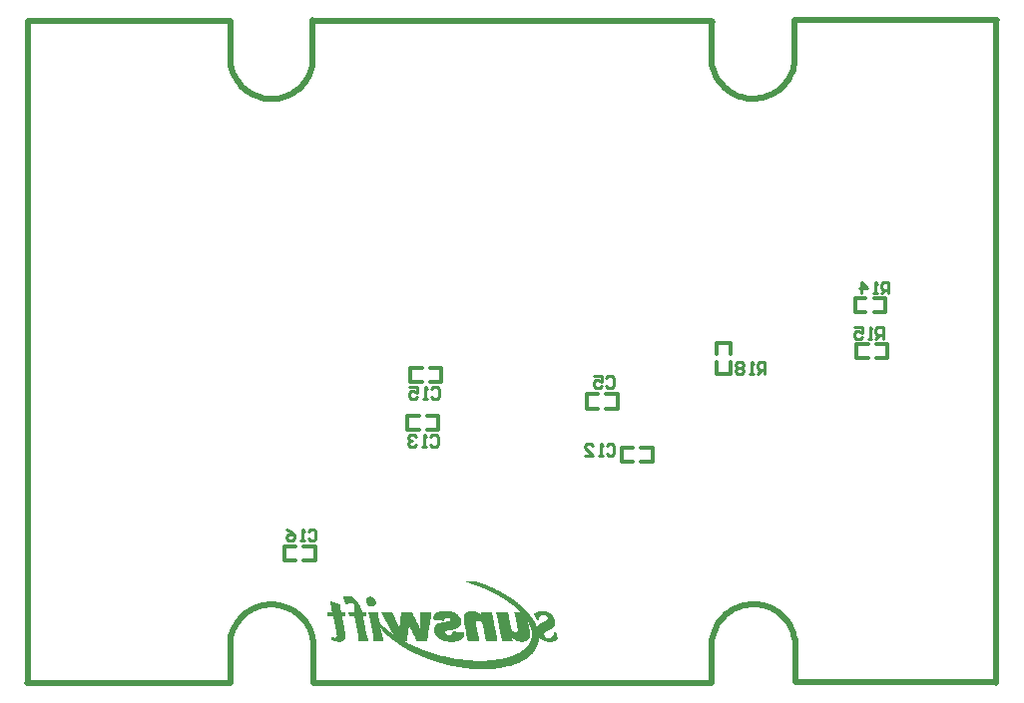
<source format=gbo>
%FSTAX24Y24*%
%MOIN*%
%SFA1B1*%

%IPPOS*%
%ADD37C,0.019700*%
%ADD51C,0.010000*%
%ADD55C,0.012000*%
%ADD94C,0.001000*%
%LNaddl-1*%
%LPD*%
G54D37*
X0361Y019877D02*
D01*
X036085Y019973*
X036063Y020068*
X036035Y020162*
X036001Y020253*
X03596Y020341*
X035914Y020427*
X035861Y020509*
X035803Y020587*
X035739Y020661*
X035671Y020731*
X035597Y020795*
X03552Y020854*
X035438Y020908*
X035353Y020956*
X035265Y020998*
X035174Y021033*
X035081Y021062*
X034986Y021085*
X03489Y0211*
X034793Y02111*
X034695Y021112*
X034598Y021107*
X034501Y021096*
X034405Y021078*
X034311Y021053*
X034219Y021022*
X034129Y020985*
X034041Y020941*
X033957Y020891*
X033877Y020836*
X033801Y020775*
X033729Y020709*
X033662Y020638*
X033601Y020562*
X033544Y020483*
X033493Y020399*
X033449Y020313*
X03341Y020223*
X033378Y020131*
X033352Y020037*
X033333Y019941*
X033327Y0199*
X05219Y019906D02*
D01*
X052173Y020002*
X05215Y020097*
X052121Y02019*
X052085Y020281*
X052043Y020369*
X051995Y020454*
X051941Y020536*
X051881Y020613*
X051816Y020686*
X051746Y020755*
X051672Y020818*
X051594Y020876*
X051511Y020929*
X051425Y020975*
X051336Y021016*
X051245Y02105*
X051151Y021077*
X051055Y021098*
X050959Y021113*
X050861Y02112*
X050764Y021121*
X050666Y021115*
X050569Y021102*
X050473Y021083*
X050379Y021056*
X050287Y021024*
X050198Y020985*
X050111Y02094*
X050028Y020888*
X049948Y020832*
X049873Y020769*
X049802Y020702*
X049736Y02063*
X049675Y020553*
X04962Y020473*
X04957Y020388*
X049527Y020301*
X04949Y020211*
X049459Y020118*
X049434Y020023*
X049417Y019929*
X0494Y039257D02*
D01*
X049414Y03916*
X049436Y039065*
X049464Y038971*
X049498Y03888*
X049539Y038792*
X049585Y038706*
X049638Y038624*
X049696Y038546*
X04976Y038472*
X049828Y038402*
X049902Y038338*
X049979Y038279*
X050061Y038225*
X050146Y038177*
X050234Y038135*
X050325Y0381*
X050418Y038071*
X050513Y038048*
X050609Y038033*
X050706Y038023*
X050804Y038021*
X050901Y038026*
X050998Y038037*
X051094Y038055*
X051188Y03808*
X05128Y038111*
X05137Y038148*
X051458Y038192*
X051542Y038242*
X051622Y038297*
X051698Y038358*
X05177Y038424*
X051837Y038495*
X051898Y038571*
X051955Y03865*
X052006Y038734*
X05205Y03882*
X052089Y03891*
X052121Y039002*
X052147Y039096*
X052166Y039192*
X052174Y039234*
X033361Y0391D02*
D01*
X033384Y039006*
X033414Y038914*
X03345Y038825*
X033493Y038739*
X033541Y038655*
X033595Y038575*
X033655Y0385*
X033719Y038428*
X033789Y038361*
X033863Y0383*
X033941Y038243*
X034023Y038192*
X034108Y038147*
X034196Y038108*
X034287Y038075*
X034379Y038049*
X034474Y038029*
X034569Y038016*
X034665Y038009*
X034762Y03801*
X034858Y038017*
X034953Y03803*
X035047Y03805*
X03514Y038077*
X035231Y03811*
X035318Y03815*
X035403Y038195*
X035485Y038246*
X035563Y038303*
X035637Y038365*
X035706Y038432*
X03577Y038504*
X035829Y03858*
X035883Y03866*
X035931Y038744*
X035973Y038831*
X036009Y03892*
X036039Y039012*
X036062Y039105*
X03607Y039147*
X02657Y018497D02*
Y040607D01*
X02655Y018477D02*
X02657Y018497D01*
X02655Y018477D02*
X03333D01*
Y018497D02*
Y019837D01*
X0361Y018477D02*
Y019837D01*
Y018477D02*
X04942D01*
Y019887*
X05219Y018517D02*
Y019887D01*
Y018517D02*
X05892D01*
X05889D02*
X05892Y018487D01*
Y040627*
X05893Y040637*
X05216D02*
X05893D01*
X05216Y039167D02*
Y040647D01*
X04941Y039167D02*
X04942Y039157D01*
X04941Y039167D02*
Y040627D01*
X0494D02*
X04945Y040577D01*
X03607Y040627D02*
X0494D01*
X03607Y039137D02*
Y040657D01*
X03334Y039097D02*
Y040607D01*
X02659D02*
X03334D01*
G54D51*
X045889Y026421D02*
X045955Y026486D01*
X046086*
X046151Y026421*
Y026158*
X046086Y026093*
X045955*
X045889Y026158*
X045758Y026093D02*
X045627D01*
X045692*
Y026486*
X045758Y026421*
X045167Y026093D02*
X04543D01*
X045167Y026355*
Y026421*
X045233Y026486*
X045364*
X04543Y026421*
X039997Y026718D02*
X040063Y026783D01*
X040194*
X04026Y026718*
Y026455*
X040194Y02639*
X040063*
X039997Y026455*
X039866Y02639D02*
X039735D01*
X039801*
Y026783*
X039866Y026718*
X039538D02*
X039473Y026783D01*
X039341*
X039276Y026718*
Y026652*
X039341Y026587*
X039407*
X039341*
X039276Y026521*
Y026455*
X039341Y02639*
X039473*
X039538Y026455*
X040038Y028314D02*
X040104Y02838D01*
X040235*
X0403Y028314*
Y028052*
X040235Y027986*
X040104*
X040038Y028052*
X039907Y027986D02*
X039776D01*
X039841*
Y02838*
X039907Y028314*
X039316Y02838D02*
X039579D01*
Y028183*
X039448Y028249*
X039382*
X039316Y028183*
Y028052*
X039382Y027986*
X039513*
X039579Y028052*
X051185Y028829D02*
Y029222D01*
X050988*
X050923Y029157*
Y029025*
X050988Y02896*
X051185*
X051054D02*
X050923Y028829D01*
X050791D02*
X05066D01*
X050726*
Y029222*
X050791Y029157*
X050463D02*
X050398Y029222D01*
X050267*
X050201Y029157*
Y029091*
X050267Y029025*
X050201Y02896*
Y028894*
X050267Y028829*
X050398*
X050463Y028894*
Y02896*
X050398Y029025*
X050463Y029091*
Y029157*
X050398Y029025D02*
X050267D01*
X055319Y031504D02*
Y031897D01*
X055122*
X055057Y031832*
Y031701*
X055122Y031635*
X055319*
X055188D02*
X055057Y031504D01*
X054925D02*
X054794D01*
X05486*
Y031897*
X054925Y031832*
X054401Y031504D02*
Y031897D01*
X054597Y031701*
X054335*
X055146Y029988D02*
Y030382D01*
X054949*
X054884Y030316*
Y030185*
X054949Y030119*
X055146*
X055015D02*
X054884Y029988D01*
X054752D02*
X054621D01*
X054687*
Y030382*
X054752Y030316*
X054162Y030382D02*
X054425D01*
Y030185*
X054293Y03025*
X054228*
X054162Y030185*
Y030054*
X054228Y029988*
X054359*
X054425Y030054*
X045879Y028686D02*
X045945Y028752D01*
X046076*
X046142Y028686*
Y028424*
X046076Y028358*
X045945*
X045879Y028424*
X045486Y028752D02*
X045748D01*
Y028555*
X045617Y028621*
X045551*
X045486Y028555*
Y028424*
X045551Y028358*
X045683*
X045748Y028424*
X035924Y023568D02*
X035989Y023634D01*
X036121*
X036186Y023568*
Y023306*
X036121Y02324*
X035989*
X035924Y023306*
X035793Y02324D02*
X035661D01*
X035727*
Y023634*
X035793Y023568*
X035202Y023634D02*
X035334Y023568D01*
X035465Y023437*
Y023306*
X035399Y02324*
X035268*
X035202Y023306*
Y023371*
X035268Y023437*
X035465*
G54D55*
X049571Y028823D02*
X050043D01*
X049571Y029847D02*
X050043D01*
X049571Y028823D02*
Y029217D01*
X050043Y028823D02*
Y029217D01*
Y029492D02*
Y029847D01*
X049571Y029492D02*
Y029847D01*
X054236Y029341D02*
Y029814D01*
X05526Y029341D02*
Y029814D01*
X054236D02*
X05463D01*
X054236Y029341D02*
X05463D01*
X054906D02*
X05526D01*
X054906Y029814D02*
X05526D01*
X05522Y030874D02*
Y031346D01*
X054197Y030874D02*
Y031346D01*
X054827Y030874D02*
X05522D01*
X054827Y031346D02*
X05522D01*
X054197D02*
X054551D01*
X054197Y030874D02*
X054551D01*
X039251Y026954D02*
Y027426D01*
X040275Y026954D02*
Y027426D01*
X039251D02*
X039645D01*
X039251Y026954D02*
X039645D01*
X03992D02*
X040275D01*
X03992Y027426D02*
X040275D01*
X039342Y028553D02*
Y029026D01*
X040365Y028553D02*
Y029026D01*
X039342D02*
X039735D01*
X039342Y028553D02*
X039735D01*
X040011D02*
X040365D01*
X040011Y029026D02*
X040365D01*
X047432Y025883D02*
Y026356D01*
X046408Y025883D02*
Y026356D01*
X047038Y025883D02*
X047432D01*
X047038Y026356D02*
X047432D01*
X046408D02*
X046763D01*
X046408Y025883D02*
X046763D01*
X04627Y027665D02*
Y028138D01*
X045246Y027665D02*
Y028138D01*
X045876Y027665D02*
X04627D01*
X045876Y028138D02*
X04627D01*
X045246D02*
X045601D01*
X045246Y027665D02*
X045601D01*
X036176Y02257D02*
Y023042D01*
X035152Y02257D02*
Y023042D01*
X035782Y02257D02*
X036176D01*
X035782Y023042D02*
X036176D01*
X035152D02*
X035507D01*
X035152Y02257D02*
X035507D01*
G54D94*
X041657Y01898D02*
X041787D01*
X041437Y01899D02*
X042047D01*
X041307Y019D02*
X042167D01*
X041207Y01901D02*
X042257D01*
X041147Y01902D02*
X042307D01*
X041057Y01903D02*
X042377D01*
X040987Y01904D02*
X042447D01*
X040937Y01905D02*
X042477D01*
X040877Y01906D02*
X042517D01*
X040817Y01907D02*
X042567D01*
X040777Y01908D02*
X042597D01*
X040727Y01909D02*
X042647D01*
X040677Y0191D02*
X042687D01*
X040627Y01911D02*
X042717D01*
X040597Y01912D02*
X042747D01*
X040547Y01913D02*
X042777D01*
X040497Y01914D02*
X042807D01*
X040467Y01915D02*
X042827D01*
X040427Y01916D02*
X042857D01*
X040387Y01917D02*
X042887D01*
X040357Y01918D02*
X042907D01*
X040327Y01919D02*
X042927D01*
X040287Y0192D02*
X042957D01*
X040247Y01921D02*
X042977D01*
X040227Y01922D02*
X042997D01*
X040187Y01923D02*
X043017D01*
X040147Y01924D02*
X041417D01*
X041907D02*
X043037D01*
X040127Y01925D02*
X041297D01*
X042027D02*
X043047D01*
X040107Y01926D02*
X041157D01*
X042117D02*
X043077D01*
X040077Y01927D02*
X041067D01*
X042207D02*
X043087D01*
X040037Y01928D02*
X040967D01*
X042287D02*
X043107D01*
X040017Y01929D02*
X040907D01*
X042327D02*
X043117D01*
X039987Y0193D02*
X040847D01*
X042387D02*
X043137D01*
X039947Y01931D02*
X040777D01*
X042437D02*
X043157D01*
X039927Y01932D02*
X040737D01*
X042477D02*
X043167D01*
X039897Y01933D02*
X040677D01*
X042517D02*
X043187D01*
X039867Y01934D02*
X040627D01*
X042557D02*
X043207D01*
X039847Y01935D02*
X040597D01*
X042587D02*
X043217D01*
X039827Y01936D02*
X040547D01*
X042617D02*
X043227D01*
X039797Y01937D02*
X040487D01*
X042657D02*
X043247D01*
X039777Y01938D02*
X040437D01*
X042687D02*
X043257D01*
X039757Y01939D02*
X040407D01*
X042717D02*
X043267D01*
X039727Y0194D02*
X040357D01*
X042747D02*
X043277D01*
X039707Y01941D02*
X040317D01*
X042777D02*
X043297D01*
X039687Y01942D02*
X040287D01*
X042787D02*
X043307D01*
X039657Y01943D02*
X040247D01*
X042817D02*
X043317D01*
X039627Y01944D02*
X040207D01*
X042847D02*
X043327D01*
X039617Y01945D02*
X040187D01*
X042857D02*
X043337D01*
X039587Y01946D02*
X040147D01*
X042887D02*
X043347D01*
X039567Y01947D02*
X040107D01*
X042907D02*
X043357D01*
X039537Y01948D02*
X040077D01*
X042927D02*
X043367D01*
X039527Y01949D02*
X040047D01*
X042947D02*
X043377D01*
X039497Y0195D02*
X040017D01*
X042967D02*
X043387D01*
X039477Y01951D02*
X039987D01*
X042987D02*
X043397D01*
X039457Y01952D02*
X039957D01*
X042997D02*
X043407D01*
X039437Y01953D02*
X039927D01*
X043017D02*
X043417D01*
X039417Y01954D02*
X039897D01*
X043027D02*
X043417D01*
X039397Y01955D02*
X039867D01*
X043047D02*
X043427D01*
X039377Y01956D02*
X039847D01*
X043057D02*
X043437D01*
X039357Y01957D02*
X039817D01*
X043077D02*
X043447D01*
X039337Y01958D02*
X039777D01*
X043097D02*
X043447D01*
X039327Y01959D02*
X039757D01*
X043107D02*
X043457D01*
X039307Y0196D02*
X039727D01*
X043117D02*
X043467D01*
X039287Y01961D02*
X039697D01*
X043137D02*
X043467D01*
X039277Y01962D02*
X039677D01*
X043147D02*
X043477D01*
X039247Y01963D02*
X039657D01*
X043157D02*
X043477D01*
X039227Y01964D02*
X039627D01*
X043167D02*
X043487D01*
X039217Y01965D02*
X039607D01*
X043177D02*
X043497D01*
X039197Y01966D02*
X039587D01*
X043187D02*
X043497D01*
X039177Y01967D02*
X039557D01*
X043197D02*
X043507D01*
X039157Y01968D02*
X039527D01*
X043217D02*
X043517D01*
X039147Y01969D02*
X039507D01*
X043217D02*
X043517D01*
X039127Y0197D02*
X039487D01*
X043227D02*
X043517D01*
X039107Y01971D02*
X039457D01*
X043237D02*
X043527D01*
X039097Y01972D02*
X039447D01*
X043247D02*
X043527D01*
X039077Y01973D02*
X039417D01*
X043257D02*
X043537D01*
X039057Y01974D02*
X039397D01*
X043267D02*
X043547D01*
X039047Y01975D02*
X039377D01*
X043277D02*
X043547D01*
X039037Y01976D02*
X039357D01*
X043277D02*
X043547D01*
X039017Y01977D02*
X039337D01*
X043287D02*
X043547D01*
X038997Y01978D02*
X039307D01*
X043297D02*
X043557D01*
X038987Y01979D02*
X039287D01*
X043297D02*
X043557D01*
X038977Y0198D02*
X039267D01*
X043307D02*
X043557D01*
X038957Y01981D02*
X039247D01*
X043317D02*
X043567D01*
X038947Y01982D02*
X039227D01*
X043317D02*
X043567D01*
X038927Y01983D02*
X039207D01*
X043327D02*
X043577D01*
X038907Y01984D02*
X039187D01*
X043327D02*
X043577D01*
X038897Y01985D02*
X039167D01*
X043337D02*
X043577D01*
X038887Y01986D02*
X039157D01*
X043337D02*
X043577D01*
X038867Y01987D02*
X039137D01*
X043347D02*
X043587D01*
X038847Y01988D02*
X039117D01*
X043347D02*
X043587D01*
X038837Y01989D02*
X039107D01*
X043347D02*
X043587D01*
X036887Y0199D02*
X036997D01*
X038827D02*
X039087D01*
X040587D02*
X040797D01*
X042997D02*
X043097D01*
X043357D02*
X043587D01*
X043887D02*
X044067D01*
X036827Y01991D02*
X037037D01*
X038807D02*
X039057D01*
X040497D02*
X040877D01*
X042927D02*
X043157D01*
X043357D02*
X043587D01*
X043847D02*
X044117D01*
X036787Y01992D02*
X037067D01*
X037617D02*
X037637D01*
X037877D02*
X037897D01*
X038117D02*
X038147D01*
X038387D02*
X038407D01*
X038797D02*
X039197D01*
X039557D02*
X039867D01*
X040447D02*
X040917D01*
X041257D02*
X041607D01*
X041867D02*
X042217D01*
X042397D02*
X042727D01*
X042897D02*
X043187D01*
X043367D02*
X043587D01*
X043807D02*
X044157D01*
X036767Y01993D02*
X037077D01*
X037617D02*
X037887D01*
X038117D02*
X038407D01*
X038787D02*
X039197D01*
X039547D02*
X039867D01*
X040427D02*
X040947D01*
X041257D02*
X041607D01*
X041857D02*
X042217D01*
X042397D02*
X042727D01*
X042877D02*
X043207D01*
X043367D02*
X043597D01*
X043787D02*
X044177D01*
X036737Y01994D02*
X037087D01*
X037617D02*
X037887D01*
X038117D02*
X038407D01*
X038767D02*
X039207D01*
X039547D02*
X039867D01*
X040397D02*
X040967D01*
X041257D02*
X041607D01*
X041857D02*
X042217D01*
X042397D02*
X042717D01*
X042857D02*
X043217D01*
X043367D02*
X043597D01*
X043767D02*
X044197D01*
X036717Y01995D02*
X037107D01*
X037617D02*
X037887D01*
X038117D02*
X038397D01*
X038757D02*
X039207D01*
X039537D02*
X039877D01*
X040377D02*
X040987D01*
X041247D02*
X041607D01*
X041857D02*
X042207D01*
X042387D02*
X042717D01*
X042837D02*
X043227D01*
X043377D02*
X043597D01*
X043747D02*
X044217D01*
X036707Y01996D02*
X037107D01*
X037617D02*
X037887D01*
X038117D02*
X038397D01*
X038747D02*
X039207D01*
X039537D02*
X039877D01*
X040357D02*
X041007D01*
X041247D02*
X041607D01*
X041857D02*
X042207D01*
X042387D02*
X042717D01*
X042827D02*
X043237D01*
X043377D02*
X043597D01*
X043727D02*
X044217D01*
X036707Y01997D02*
X037117D01*
X037607D02*
X037887D01*
X038117D02*
X038397D01*
X038727D02*
X039207D01*
X039527D02*
X039877D01*
X040337D02*
X041017D01*
X041247D02*
X041597D01*
X041857D02*
X042207D01*
X042387D02*
X042717D01*
X042807D02*
X043247D01*
X043377D02*
X043597D01*
X043717D02*
X044237D01*
X036707Y01998D02*
X037117D01*
X037607D02*
X037877D01*
X038117D02*
X038387D01*
X038717D02*
X039207D01*
X039517D02*
X039877D01*
X040317D02*
X041027D01*
X041247D02*
X041597D01*
X041857D02*
X042207D01*
X042387D02*
X042717D01*
X042797D02*
X043257D01*
X043377D02*
X043597D01*
X043707D02*
X044237D01*
X036707Y01999D02*
X037127D01*
X037607D02*
X037877D01*
X038117D02*
X038387D01*
X038707D02*
X039207D01*
X039517D02*
X039877D01*
X040307D02*
X041037D01*
X041247D02*
X041597D01*
X041847D02*
X042207D01*
X042387D02*
X042717D01*
X042787D02*
X043267D01*
X043387D02*
X043597D01*
X043697D02*
X044237D01*
X036707Y02D02*
X037127D01*
X037607D02*
X037877D01*
X038107D02*
X038387D01*
X038697D02*
X039207D01*
X039517D02*
X039877D01*
X040287D02*
X041047D01*
X041237D02*
X041587D01*
X041847D02*
X042207D01*
X042387D02*
X042707D01*
X042767D02*
X043267D01*
X043387D02*
X043597D01*
X043677D02*
X043877D01*
X044007D02*
X044227D01*
X036697Y02001D02*
X036757D01*
X036847D02*
X037137D01*
X037607D02*
X037877D01*
X038107D02*
X038387D01*
X038687D02*
X039207D01*
X039507D02*
X039877D01*
X040277D02*
X041057D01*
X041237D02*
X041587D01*
X041847D02*
X042197D01*
X042377D02*
X042707D01*
X042757D02*
X043277D01*
X043387D02*
X043597D01*
X043667D02*
X043847D01*
X044037D02*
X044227D01*
X036697Y02002D02*
X036717D01*
X036867D02*
X037137D01*
X037607D02*
X037867D01*
X038107D02*
X038377D01*
X038667D02*
X039217D01*
X039507D02*
X039887D01*
X040257D02*
X041067D01*
X041237D02*
X041587D01*
X041847D02*
X042197D01*
X042377D02*
X042707D01*
X042747D02*
X043277D01*
X043387D02*
X043597D01*
X043657D02*
X043827D01*
X044057D02*
X044227D01*
X036867Y02003D02*
X037147D01*
X037607D02*
X037867D01*
X038107D02*
X038377D01*
X038657D02*
X039217D01*
X039497D02*
X039887D01*
X040257D02*
X041077D01*
X041237D02*
X041587D01*
X041847D02*
X042197D01*
X042377D02*
X042707D01*
X042737D02*
X043287D01*
X043387D02*
X043597D01*
X043647D02*
X043827D01*
X044067D02*
X044227D01*
X036877Y02004D02*
X037147D01*
X037607D02*
X037867D01*
X038107D02*
X038377D01*
X038647D02*
X039217D01*
X039487D02*
X039887D01*
X040247D02*
X041077D01*
X041227D02*
X041587D01*
X041837D02*
X042187D01*
X042377D02*
X042707D01*
X042727D02*
X043287D01*
X043397D02*
X043597D01*
X043637D02*
X043817D01*
X044077D02*
X044217D01*
X036877Y02005D02*
X037147D01*
X037607D02*
X037857D01*
X038107D02*
X038377D01*
X038637D02*
X039217D01*
X039487D02*
X039887D01*
X040227D02*
X041087D01*
X041227D02*
X041587D01*
X041837D02*
X042187D01*
X042377D02*
X042697D01*
X042717D02*
X043287D01*
X043397D02*
X043597D01*
X043627D02*
X043807D01*
X044087D02*
X044217D01*
X036877Y02006D02*
X037147D01*
X037607D02*
X037857D01*
X038107D02*
X038377D01*
X038627D02*
X039217D01*
X039487D02*
X039887D01*
X040227D02*
X041087D01*
X041227D02*
X041577D01*
X041837D02*
X042187D01*
X042367D02*
X042697D01*
X042707D02*
X043297D01*
X043397D02*
X043597D01*
X043627D02*
X043807D01*
X044097D02*
X044217D01*
X036887Y02007D02*
X037147D01*
X037597D02*
X037857D01*
X038097D02*
X038367D01*
X038617D02*
X039217D01*
X039477D02*
X039887D01*
X040217D02*
X041097D01*
X041227D02*
X041577D01*
X041837D02*
X042187D01*
X042367D02*
X043297D01*
X043397D02*
X043597D01*
X043617D02*
X043797D01*
X044107D02*
X044207D01*
X036887Y02008D02*
X037147D01*
X037597D02*
X037857D01*
X038097D02*
X038367D01*
X038607D02*
X038787D01*
X038797D02*
X039217D01*
X039477D02*
X039887D01*
X040207D02*
X041097D01*
X041227D02*
X041577D01*
X041827D02*
X042187D01*
X042367D02*
X043297D01*
X043397D02*
X043597D01*
X043607D02*
X043787D01*
X044107D02*
X044207D01*
X036887Y02009D02*
X037147D01*
X037597D02*
X037857D01*
X038097D02*
X038367D01*
X038587D02*
X038777D01*
X038797D02*
X039217D01*
X039467D02*
X039897D01*
X040207D02*
X041107D01*
X041227D02*
X041577D01*
X041827D02*
X042187D01*
X042367D02*
X043297D01*
X043397D02*
X043597D01*
X043607D02*
X043787D01*
X044117D02*
X044207D01*
X036887Y0201D02*
X037147D01*
X037597D02*
X037847D01*
X038097D02*
X038357D01*
X038577D02*
X038757D01*
X038787D02*
X039217D01*
X039457D02*
X039897D01*
X040197D02*
X040607D01*
X040657D02*
X041107D01*
X041217D02*
X041577D01*
X041827D02*
X042177D01*
X042357D02*
X043307D01*
X043397D02*
X043787D01*
X044117D02*
X044207D01*
X036887Y02011D02*
X037147D01*
X037587D02*
X037847D01*
X038087D02*
X038357D01*
X038567D02*
X038747D01*
X038777D02*
X039227D01*
X039457D02*
X039897D01*
X040187D02*
X040547D01*
X040697D02*
X041107D01*
X041217D02*
X041577D01*
X041827D02*
X042177D01*
X042357D02*
X043307D01*
X043397D02*
X043777D01*
X044127D02*
X044197D01*
X036877Y02012D02*
X037147D01*
X037587D02*
X037847D01*
X038087D02*
X038357D01*
X038557D02*
X038727D01*
X038777D02*
X039227D01*
X039447D02*
X039897D01*
X040187D02*
X040517D01*
X040717D02*
X041107D01*
X041217D02*
X041567D01*
X041827D02*
X042177D01*
X042357D02*
X043307D01*
X043397D02*
X043777D01*
X044127D02*
X044197D01*
X036877Y02013D02*
X037147D01*
X037587D02*
X037847D01*
X038087D02*
X038357D01*
X038547D02*
X038717D01*
X038777D02*
X039227D01*
X039447D02*
X039907D01*
X040177D02*
X040507D01*
X040727D02*
X041107D01*
X041217D02*
X041567D01*
X041827D02*
X042177D01*
X042357D02*
X043307D01*
X043397D02*
X043777D01*
X044127D02*
X044197D01*
X036877Y02014D02*
X037147D01*
X037587D02*
X037837D01*
X038087D02*
X038357D01*
X038537D02*
X038707D01*
X038767D02*
X039227D01*
X039447D02*
X039907D01*
X040177D02*
X040497D01*
X040737D02*
X041107D01*
X041217D02*
X041567D01*
X041817D02*
X042177D01*
X042357D02*
X043307D01*
X043397D02*
X043777D01*
X044137D02*
X044187D01*
X036877Y02015D02*
X037137D01*
X037587D02*
X037837D01*
X038087D02*
X038347D01*
X038527D02*
X038687D01*
X038757D02*
X039227D01*
X039437D02*
X039907D01*
X040167D02*
X040487D01*
X040737D02*
X041117D01*
X041217D02*
X041557D01*
X041817D02*
X042177D01*
X042357D02*
X043307D01*
X043397D02*
X043777D01*
X044137D02*
X044187D01*
X036877Y02016D02*
X037137D01*
X037587D02*
X037837D01*
X038087D02*
X038347D01*
X038517D02*
X038677D01*
X038757D02*
X039227D01*
X039427D02*
X039907D01*
X040157D02*
X040477D01*
X040747D02*
X041117D01*
X041207D02*
X041557D01*
X041817D02*
X042167D01*
X042347D02*
X043307D01*
X043397D02*
X043777D01*
X044137D02*
X044187D01*
X036877Y02017D02*
X037137D01*
X037587D02*
X037827D01*
X038087D02*
X038347D01*
X038507D02*
X038657D01*
X038747D02*
X039227D01*
X039427D02*
X039907D01*
X040157D02*
X040477D01*
X040747D02*
X041117D01*
X041207D02*
X041557D01*
X041817D02*
X042167D01*
X042347D02*
X043307D01*
X043397D02*
X043787D01*
X044137D02*
X044177D01*
X036877Y02018D02*
X037137D01*
X037577D02*
X037827D01*
X038087D02*
X038347D01*
X038497D02*
X038647D01*
X038747D02*
X039227D01*
X039417D02*
X039907D01*
X040157D02*
X040477D01*
X040757D02*
X041117D01*
X041207D02*
X041557D01*
X041817D02*
X042167D01*
X042347D02*
X043307D01*
X043397D02*
X043787D01*
X044147D02*
X044177D01*
X036877Y02019D02*
X037127D01*
X037577D02*
X037827D01*
X038087D02*
X038347D01*
X038487D02*
X038637D01*
X038737D02*
X039227D01*
X039417D02*
X039907D01*
X040147D02*
X040467D01*
X040757D02*
X041057D01*
X041207D02*
X041557D01*
X041817D02*
X042167D01*
X042347D02*
X042797D01*
X042867D02*
X043297D01*
X043397D02*
X043797D01*
X044147D02*
X044177D01*
X036877Y0202D02*
X037127D01*
X037577D02*
X037827D01*
X038077D02*
X038347D01*
X038477D02*
X038627D01*
X038727D02*
X039237D01*
X039417D02*
X039917D01*
X040147D02*
X040467D01*
X040757D02*
X040947D01*
X041207D02*
X041557D01*
X041807D02*
X042157D01*
X042347D02*
X042777D01*
X042897D02*
X043297D01*
X043397D02*
X043807D01*
X036867Y02021D02*
X037127D01*
X037577D02*
X037827D01*
X038077D02*
X038337D01*
X038467D02*
X038607D01*
X038727D02*
X039237D01*
X039407D02*
X039917D01*
X040147D02*
X040477D01*
X040757D02*
X040837D01*
X041197D02*
X041547D01*
X041807D02*
X042157D01*
X042337D02*
X042757D01*
X042907D02*
X043297D01*
X043397D02*
X043817D01*
X036867Y02022D02*
X037127D01*
X037577D02*
X037817D01*
X038077D02*
X038337D01*
X038457D02*
X038597D01*
X038717D02*
X039237D01*
X039407D02*
X039917D01*
X040147D02*
X040477D01*
X041197D02*
X041547D01*
X041807D02*
X042157D01*
X042337D02*
X042737D01*
X042917D02*
X043297D01*
X043387D02*
X043837D01*
X036867Y02023D02*
X037127D01*
X037577D02*
X037817D01*
X038077D02*
X038337D01*
X038447D02*
X038587D01*
X038717D02*
X039237D01*
X039397D02*
X039917D01*
X040137D02*
X040477D01*
X041197D02*
X041547D01*
X041807D02*
X042157D01*
X042337D02*
X042727D01*
X042917D02*
X043297D01*
X043387D02*
X043847D01*
X036867Y02024D02*
X037117D01*
X037577D02*
X037817D01*
X038077D02*
X038327D01*
X038437D02*
X038567D01*
X038707D02*
X039237D01*
X039387D02*
X039917D01*
X040137D02*
X040487D01*
X041197D02*
X041547D01*
X041807D02*
X042157D01*
X042337D02*
X042717D01*
X042927D02*
X043297D01*
X043387D02*
X043857D01*
X036867Y02025D02*
X037117D01*
X037567D02*
X037817D01*
X038067D02*
X038327D01*
X038427D02*
X038557D01*
X038707D02*
X039237D01*
X039387D02*
X039917D01*
X040137D02*
X040517D01*
X041187D02*
X041547D01*
X041797D02*
X042147D01*
X042327D02*
X042707D01*
X042927D02*
X043287D01*
X043387D02*
X043877D01*
X036857Y02026D02*
X037117D01*
X037567D02*
X037817D01*
X038067D02*
X038327D01*
X038417D02*
X038547D01*
X038707D02*
X039247D01*
X039387D02*
X039917D01*
X040137D02*
X040537D01*
X041187D02*
X041547D01*
X041797D02*
X042147D01*
X042327D02*
X042707D01*
X042927D02*
X043287D01*
X043387D02*
X043887D01*
X036857Y02027D02*
X037117D01*
X037567D02*
X037807D01*
X038067D02*
X038327D01*
X038417D02*
X038527D01*
X038697D02*
X039247D01*
X039377D02*
X039927D01*
X040137D02*
X040577D01*
X041187D02*
X041537D01*
X041797D02*
X042147D01*
X042327D02*
X042697D01*
X042927D02*
X043287D01*
X043387D02*
X043917D01*
X036857Y02028D02*
X037117D01*
X037557D02*
X037807D01*
X038057D02*
X038327D01*
X038407D02*
X038517D01*
X038687D02*
X038957D01*
X038967D02*
X039247D01*
X039377D02*
X039927D01*
X040137D02*
X040627D01*
X041187D02*
X041537D01*
X041797D02*
X042147D01*
X042327D02*
X042687D01*
X042927D02*
X043287D01*
X043377D02*
X043937D01*
X036857Y02029D02*
X037107D01*
X037557D02*
X037807D01*
X038057D02*
X038317D01*
X038387D02*
X038507D01*
X038687D02*
X038957D01*
X038967D02*
X039247D01*
X039367D02*
X039927D01*
X040137D02*
X040697D01*
X041187D02*
X041537D01*
X041787D02*
X042147D01*
X042327D02*
X042687D01*
X042927D02*
X043287D01*
X043377D02*
X043957D01*
X036857Y0203D02*
X037107D01*
X037557D02*
X037807D01*
X038057D02*
X038317D01*
X038387D02*
X038497D01*
X038677D02*
X038957D01*
X038967D02*
X039247D01*
X039357D02*
X039637D01*
X039647D02*
X039927D01*
X040137D02*
X040727D01*
X041187D02*
X041527D01*
X041787D02*
X042147D01*
X042327D02*
X042687D01*
X042927D02*
X043287D01*
X043377D02*
X043977D01*
X036857Y02031D02*
X037107D01*
X037557D02*
X037807D01*
X038057D02*
X038317D01*
X038377D02*
X038487D01*
X038677D02*
X038947D01*
X038967D02*
X039247D01*
X039357D02*
X039627D01*
X039647D02*
X039927D01*
X040137D02*
X040767D01*
X041177D02*
X041527D01*
X041787D02*
X042137D01*
X042317D02*
X042677D01*
X042927D02*
X043277D01*
X043377D02*
X043997D01*
X036847Y02032D02*
X037107D01*
X037557D02*
X037797D01*
X038057D02*
X038317D01*
X038367D02*
X038477D01*
X038667D02*
X038947D01*
X038967D02*
X039247D01*
X039347D02*
X039627D01*
X039657D02*
X039927D01*
X040137D02*
X040817D01*
X041177D02*
X041527D01*
X041787D02*
X042137D01*
X042317D02*
X042677D01*
X042927D02*
X043277D01*
X043367D02*
X044017D01*
X036847Y02033D02*
X037107D01*
X037557D02*
X037797D01*
X038057D02*
X038317D01*
X038357D02*
X038467D01*
X038657D02*
X038947D01*
X038977D02*
X039247D01*
X039347D02*
X039627D01*
X039657D02*
X039927D01*
X040147D02*
X040837D01*
X041177D02*
X041527D01*
X041787D02*
X042137D01*
X042317D02*
X042677D01*
X042927D02*
X043277D01*
X043367D02*
X044027D01*
X036847Y02034D02*
X037097D01*
X037547D02*
X037797D01*
X038057D02*
X038307D01*
X038347D02*
X038457D01*
X038657D02*
X038937D01*
X038977D02*
X039247D01*
X039347D02*
X039617D01*
X039657D02*
X039927D01*
X040147D02*
X040867D01*
X041177D02*
X041527D01*
X041787D02*
X042137D01*
X042317D02*
X042667D01*
X042917D02*
X043277D01*
X043367D02*
X044047D01*
X036847Y02035D02*
X037097D01*
X037547D02*
X037797D01*
X038057D02*
X038307D01*
X038337D02*
X038437D01*
X038647D02*
X038927D01*
X038977D02*
X039257D01*
X039337D02*
X039617D01*
X039657D02*
X039937D01*
X040147D02*
X040887D01*
X041177D02*
X041527D01*
X041777D02*
X042127D01*
X042317D02*
X042667D01*
X042917D02*
X043277D01*
X043357D02*
X043537D01*
X043547D02*
X044057D01*
X036847Y02036D02*
X037097D01*
X037547D02*
X037787D01*
X038047D02*
X038307D01*
X038337D02*
X038427D01*
X038647D02*
X038927D01*
X038977D02*
X039257D01*
X039327D02*
X039607D01*
X039657D02*
X039937D01*
X040147D02*
X040907D01*
X041177D02*
X041517D01*
X041777D02*
X042127D01*
X042317D02*
X042657D01*
X042917D02*
X043277D01*
X043357D02*
X043537D01*
X043557D02*
X044067D01*
X036847Y02037D02*
X037087D01*
X037547D02*
X037787D01*
X038047D02*
X038307D01*
X038327D02*
X038417D01*
X038637D02*
X038927D01*
X038977D02*
X039257D01*
X039327D02*
X039607D01*
X039657D02*
X039937D01*
X040157D02*
X040917D01*
X041167D02*
X041517D01*
X041777D02*
X042127D01*
X042307D02*
X042657D01*
X042917D02*
X043267D01*
X043357D02*
X043527D01*
X043557D02*
X044077D01*
X036837Y02038D02*
X037087D01*
X037547D02*
X037787D01*
X038047D02*
X038307D01*
X038317D02*
X038407D01*
X038637D02*
X038917D01*
X038977D02*
X039257D01*
X039317D02*
X039597D01*
X039657D02*
X039937D01*
X040157D02*
X040927D01*
X041167D02*
X041517D01*
X041777D02*
X042127D01*
X042307D02*
X042657D01*
X042917D02*
X043267D01*
X043357D02*
X043527D01*
X043567D02*
X044097D01*
X036837Y02039D02*
X037087D01*
X037547D02*
X037787D01*
X038047D02*
X038297D01*
X038307D02*
X038397D01*
X038627D02*
X038917D01*
X038977D02*
X039257D01*
X039317D02*
X039587D01*
X039657D02*
X039947D01*
X040167D02*
X040947D01*
X041167D02*
X041517D01*
X041777D02*
X042127D01*
X042307D02*
X042657D01*
X042907D02*
X043267D01*
X043347D02*
X043527D01*
X043577D02*
X044107D01*
X036837Y0204D02*
X037087D01*
X037537D02*
X037787D01*
X038047D02*
X038297D01*
X038307D02*
X038387D01*
X038627D02*
X038907D01*
X038977D02*
X039257D01*
X039317D02*
X039587D01*
X039657D02*
X039947D01*
X040177D02*
X040947D01*
X041157D02*
X041517D01*
X041767D02*
X042127D01*
X042307D02*
X042657D01*
X042907D02*
X043267D01*
X043347D02*
X043517D01*
X043577D02*
X044107D01*
X036827Y02041D02*
X037087D01*
X037537D02*
X037787D01*
X038037D02*
X038377D01*
X038617D02*
X038907D01*
X038977D02*
X039257D01*
X039307D02*
X039587D01*
X039657D02*
X039947D01*
X040177D02*
X040957D01*
X041157D02*
X041517D01*
X041767D02*
X042117D01*
X042307D02*
X042657D01*
X042907D02*
X043257D01*
X043347D02*
X043517D01*
X043587D02*
X044117D01*
X036827Y02042D02*
X037077D01*
X037537D02*
X037777D01*
X038037D02*
X038367D01*
X038617D02*
X038907D01*
X038987D02*
X039257D01*
X039307D02*
X039577D01*
X039657D02*
X039947D01*
X040187D02*
X040967D01*
X041157D02*
X041507D01*
X041767D02*
X042117D01*
X042297D02*
X042647D01*
X042907D02*
X043257D01*
X043337D02*
X043507D01*
X043607D02*
X044127D01*
X036827Y02043D02*
X037077D01*
X037537D02*
X037777D01*
X038037D02*
X038357D01*
X038607D02*
X038897D01*
X038987D02*
X039257D01*
X039297D02*
X039577D01*
X039657D02*
X039947D01*
X040197D02*
X040967D01*
X041157D02*
X041507D01*
X041757D02*
X042117D01*
X042297D02*
X042647D01*
X042907D02*
X043257D01*
X043337D02*
X043507D01*
X043607D02*
X044127D01*
X036827Y02044D02*
X037077D01*
X037537D02*
X037777D01*
X038037D02*
X038347D01*
X038607D02*
X038887D01*
X038987D02*
X039267D01*
X039287D02*
X039567D01*
X039657D02*
X039947D01*
X040207D02*
X040977D01*
X041157D02*
X041507D01*
X041757D02*
X042117D01*
X042297D02*
X042647D01*
X042907D02*
X043257D01*
X043327D02*
X043507D01*
X043627D02*
X044137D01*
X036827Y02045D02*
X037077D01*
X037527D02*
X037777D01*
X038027D02*
X038337D01*
X038597D02*
X038887D01*
X038987D02*
X039267D01*
X039287D02*
X039557D01*
X039657D02*
X039947D01*
X040217D02*
X040977D01*
X041157D02*
X041507D01*
X041757D02*
X042117D01*
X042297D02*
X042647D01*
X042897D02*
X043257D01*
X043327D02*
X043497D01*
X043637D02*
X044137D01*
X036827Y02046D02*
X037077D01*
X037527D02*
X037777D01*
X038027D02*
X038327D01*
X038587D02*
X038887D01*
X038987D02*
X039267D01*
X039287D02*
X039557D01*
X039657D02*
X039957D01*
X040227D02*
X040987D01*
X041147D02*
X041507D01*
X041757D02*
X042107D01*
X042287D02*
X042647D01*
X042897D02*
X043247D01*
X043317D02*
X043497D01*
X043647D02*
X044137D01*
X036827Y02047D02*
X037077D01*
X037527D02*
X037767D01*
X038027D02*
X038317D01*
X038587D02*
X038877D01*
X038987D02*
X039267D01*
X039277D02*
X039557D01*
X039657D02*
X039957D01*
X040247D02*
X040987D01*
X041147D02*
X041507D01*
X041747D02*
X042107D01*
X042287D02*
X042647D01*
X042897D02*
X043247D01*
X043317D02*
X043487D01*
X043677D02*
X044147D01*
X036817Y02048D02*
X037077D01*
X037527D02*
X037767D01*
X038027D02*
X038307D01*
X038577D02*
X038877D01*
X038987D02*
X039547D01*
X039657D02*
X039957D01*
X040267D02*
X040987D01*
X041147D02*
X041507D01*
X041747D02*
X042107D01*
X042287D02*
X042637D01*
X042897D02*
X043247D01*
X043307D02*
X043487D01*
X043687D02*
X044147D01*
X036817Y02049D02*
X037067D01*
X037527D02*
X037767D01*
X038027D02*
X038307D01*
X038577D02*
X038867D01*
X038987D02*
X039547D01*
X039657D02*
X039957D01*
X040297D02*
X040997D01*
X041147D02*
X041507D01*
X041747D02*
X042107D01*
X042287D02*
X042637D01*
X042887D02*
X043247D01*
X043307D02*
X043477D01*
X043707D02*
X044147D01*
X036817Y0205D02*
X037067D01*
X037527D02*
X037767D01*
X038027D02*
X038297D01*
X038567D02*
X038867D01*
X038997D02*
X039537D01*
X039657D02*
X039957D01*
X040317D02*
X040997D01*
X041147D02*
X041507D01*
X041737D02*
X042107D01*
X042287D02*
X042637D01*
X042887D02*
X043247D01*
X043307D02*
X043477D01*
X043727D02*
X044147D01*
X036817Y02051D02*
X037067D01*
X037517D02*
X037757D01*
X038017D02*
X038287D01*
X038567D02*
X038857D01*
X038997D02*
X039527D01*
X039657D02*
X039957D01*
X040357D02*
X041007D01*
X041147D02*
X041497D01*
X041727D02*
X042107D01*
X042287D02*
X042637D01*
X042887D02*
X043247D01*
X043297D02*
X043467D01*
X043747D02*
X044147D01*
X036817Y02052D02*
X037057D01*
X037517D02*
X037757D01*
X038017D02*
X038277D01*
X038557D02*
X038857D01*
X038997D02*
X039527D01*
X039657D02*
X039957D01*
X040407D02*
X041007D01*
X041137D02*
X041497D01*
X041727D02*
X042097D01*
X042277D02*
X042627D01*
X042887D02*
X043237D01*
X043287D02*
X043457D01*
X043777D02*
X044147D01*
X036817Y02053D02*
X037057D01*
X037517D02*
X037757D01*
X038017D02*
X038277D01*
X038557D02*
X038857D01*
X038997D02*
X039527D01*
X039657D02*
X039967D01*
X040447D02*
X041007D01*
X041137D02*
X041507D01*
X041727D02*
X042097D01*
X042277D02*
X042627D01*
X042887D02*
X043237D01*
X043287D02*
X043457D01*
X043787D02*
X044147D01*
X036807Y02054D02*
X037057D01*
X037517D02*
X037757D01*
X038017D02*
X038277D01*
X038547D02*
X038847D01*
X038997D02*
X039517D01*
X039657D02*
X039967D01*
X040527D02*
X041007D01*
X041137D02*
X041507D01*
X041717D02*
X042097D01*
X042277D02*
X042627D01*
X042887D02*
X043237D01*
X043277D02*
X043457D01*
X043817D02*
X044147D01*
X036807Y02055D02*
X037057D01*
X037517D02*
X037757D01*
X038007D02*
X038277D01*
X038547D02*
X038847D01*
X038997D02*
X039517D01*
X039667D02*
X039967D01*
X040587D02*
X041007D01*
X041137D02*
X041507D01*
X041707D02*
X042097D01*
X042277D02*
X042627D01*
X042877D02*
X043237D01*
X043277D02*
X043447D01*
X043837D02*
X044137D01*
X036807Y02056D02*
X037057D01*
X037507D02*
X037757D01*
X038007D02*
X038277D01*
X038537D02*
X038837D01*
X039007D02*
X039507D01*
X039667D02*
X039967D01*
X040617D02*
X040997D01*
X041137D02*
X041507D01*
X041697D02*
X042087D01*
X042277D02*
X042627D01*
X042877D02*
X043227D01*
X043267D02*
X043447D01*
X043847D02*
X044137D01*
X036807Y02057D02*
X037057D01*
X037507D02*
X037757D01*
X038007D02*
X038267D01*
X038527D02*
X038837D01*
X039007D02*
X039507D01*
X039667D02*
X039967D01*
X040657D02*
X040997D01*
X041127D02*
X041517D01*
X041687D02*
X042087D01*
X042277D02*
X042627D01*
X042877D02*
X043227D01*
X043257D02*
X043437D01*
X043867D02*
X044137D01*
X036797Y02058D02*
X037047D01*
X037507D02*
X037747D01*
X038007D02*
X038267D01*
X038527D02*
X038827D01*
X039007D02*
X039497D01*
X039667D02*
X039977D01*
X040667D02*
X040997D01*
X041127D02*
X041527D01*
X041667D02*
X042087D01*
X042267D02*
X042617D01*
X042877D02*
X043227D01*
X043257D02*
X043427D01*
X043887D02*
X044137D01*
X036797Y02059D02*
X037047D01*
X037507D02*
X037747D01*
X038007D02*
X038267D01*
X038517D02*
X038827D01*
X039007D02*
X039487D01*
X039667D02*
X039977D01*
X040677D02*
X040997D01*
X041127D02*
X041537D01*
X041647D02*
X042087D01*
X042267D02*
X042617D01*
X042877D02*
X043227D01*
X043247D02*
X043427D01*
X043907D02*
X044127D01*
X036797Y0206D02*
X037047D01*
X037507D02*
X037747D01*
X038007D02*
X038267D01*
X038517D02*
X038817D01*
X039007D02*
X039487D01*
X039667D02*
X039977D01*
X040417D02*
X040427D01*
X040677D02*
X040997D01*
X041127D02*
X041557D01*
X041607D02*
X042087D01*
X042267D02*
X042617D01*
X042877D02*
X043227D01*
X043247D02*
X043417D01*
X043907D02*
X044127D01*
X036797Y02061D02*
X037047D01*
X037497D02*
X037747D01*
X037997D02*
X038257D01*
X038507D02*
X038817D01*
X039007D02*
X039487D01*
X039667D02*
X039977D01*
X040307D02*
X040437D01*
X040677D02*
X040987D01*
X041127D02*
X042077D01*
X042257D02*
X042617D01*
X042867D02*
X043217D01*
X043237D02*
X043417D01*
X043917D02*
X044127D01*
X036787Y02062D02*
X037047D01*
X037497D02*
X037747D01*
X037997D02*
X038257D01*
X038507D02*
X038817D01*
X039007D02*
X039477D01*
X039667D02*
X039977D01*
X040207D02*
X040437D01*
X040677D02*
X040987D01*
X041127D02*
X042077D01*
X042257D02*
X042617D01*
X042867D02*
X043217D01*
X043227D02*
X043407D01*
X043567D02*
X043587D01*
X043927D02*
X044127D01*
X036787Y02063D02*
X037047D01*
X037497D02*
X037747D01*
X037997D02*
X038257D01*
X038497D02*
X038807D01*
X039007D02*
X039477D01*
X039667D02*
X039977D01*
X040127D02*
X040437D01*
X040677D02*
X040987D01*
X041127D02*
X042077D01*
X042257D02*
X042607D01*
X042867D02*
X043217D01*
X043227D02*
X043407D01*
X043557D02*
X043587D01*
X043927D02*
X044117D01*
X036787Y02064D02*
X037037D01*
X037487D02*
X037737D01*
X037987D02*
X038257D01*
X038497D02*
X038807D01*
X039007D02*
X039467D01*
X039667D02*
X039977D01*
X040087D02*
X040437D01*
X040667D02*
X040987D01*
X041127D02*
X042077D01*
X042257D02*
X042607D01*
X042867D02*
X043397D01*
X043557D02*
X043587D01*
X043927D02*
X044117D01*
X036787Y02065D02*
X037037D01*
X037487D02*
X037737D01*
X037987D02*
X038257D01*
X038487D02*
X038797D01*
X039017D02*
X039457D01*
X039667D02*
X039987D01*
X040097D02*
X040447D01*
X040657D02*
X040977D01*
X041127D02*
X042077D01*
X042257D02*
X042607D01*
X042857D02*
X043387D01*
X043547D02*
X043597D01*
X043927D02*
X044117D01*
X036777Y02066D02*
X037037D01*
X037487D02*
X037737D01*
X037987D02*
X038257D01*
X038477D02*
X038797D01*
X039017D02*
X039457D01*
X039667D02*
X039987D01*
X040097D02*
X040457D01*
X040657D02*
X040977D01*
X041127D02*
X042077D01*
X042257D02*
X042607D01*
X042857D02*
X043377D01*
X043547D02*
X043597D01*
X043927D02*
X044107D01*
X036777Y02067D02*
X037027D01*
X037487D02*
X037737D01*
X037987D02*
X038247D01*
X038477D02*
X038787D01*
X039017D02*
X039457D01*
X039667D02*
X039987D01*
X040097D02*
X040467D01*
X040647D02*
X040967D01*
X041127D02*
X042067D01*
X042247D02*
X042607D01*
X042857D02*
X043377D01*
X043547D02*
X043607D01*
X043927D02*
X044107D01*
X036777Y02068D02*
X037027D01*
X037487D02*
X037727D01*
X037987D02*
X038247D01*
X038477D02*
X038787D01*
X039017D02*
X039447D01*
X039667D02*
X039987D01*
X040107D02*
X040477D01*
X040627D02*
X040967D01*
X041127D02*
X042067D01*
X042247D02*
X042607D01*
X042857D02*
X043367D01*
X043537D02*
X043607D01*
X043927D02*
X044097D01*
X036777Y02069D02*
X037027D01*
X037477D02*
X037727D01*
X037977D02*
X038247D01*
X038467D02*
X038777D01*
X039017D02*
X039447D01*
X039667D02*
X039987D01*
X040107D02*
X040517D01*
X040587D02*
X040957D01*
X041127D02*
X042067D01*
X042247D02*
X042597D01*
X042857D02*
X043357D01*
X043527D02*
X043607D01*
X043927D02*
X044087D01*
X036777Y0207D02*
X037027D01*
X037477D02*
X037727D01*
X037977D02*
X038247D01*
X038457D02*
X038777D01*
X039017D02*
X039437D01*
X039667D02*
X039987D01*
X040107D02*
X040957D01*
X041127D02*
X042067D01*
X042247D02*
X042597D01*
X042857D02*
X043347D01*
X043527D02*
X043617D01*
X043927D02*
X044087D01*
X036777Y02071D02*
X037027D01*
X037477D02*
X037727D01*
X037977D02*
X038247D01*
X038457D02*
X038777D01*
X039017D02*
X039427D01*
X039677D02*
X039987D01*
X040117D02*
X040947D01*
X041127D02*
X042057D01*
X042247D02*
X042597D01*
X042847D02*
X043347D01*
X043517D02*
X043617D01*
X043917D02*
X044077D01*
X036767Y02072D02*
X037027D01*
X037477D02*
X037727D01*
X037977D02*
X038247D01*
X038447D02*
X038767D01*
X039017D02*
X039427D01*
X039677D02*
X039997D01*
X040117D02*
X040937D01*
X041127D02*
X042057D01*
X042247D02*
X042597D01*
X042847D02*
X043337D01*
X043517D02*
X043627D01*
X043917D02*
X044077D01*
X036767Y02073D02*
X037017D01*
X037477D02*
X037727D01*
X037977D02*
X038237D01*
X038447D02*
X038767D01*
X039017D02*
X039427D01*
X039677D02*
X039997D01*
X040117D02*
X040927D01*
X041137D02*
X041717D01*
X041727D02*
X042057D01*
X042237D02*
X042587D01*
X042847D02*
X043327D01*
X043517D02*
X043627D01*
X043907D02*
X044067D01*
X036757Y02074D02*
X037017D01*
X037477D02*
X037717D01*
X037967D02*
X038237D01*
X038437D02*
X038757D01*
X039027D02*
X039417D01*
X039677D02*
X039997D01*
X040127D02*
X040917D01*
X041137D02*
X041707D01*
X041727D02*
X042057D01*
X042237D02*
X042587D01*
X042847D02*
X043317D01*
X043507D02*
X043647D01*
X043897D02*
X044057D01*
X036577Y02075D02*
X036607D01*
X036757D02*
X037017D01*
X037117D02*
X037147D01*
X037287D02*
X037847D01*
X037967D02*
X038237D01*
X038427D02*
X038757D01*
X039027D02*
X039417D01*
X039677D02*
X039997D01*
X040127D02*
X040917D01*
X041137D02*
X041697D01*
X041727D02*
X042057D01*
X042237D02*
X042587D01*
X042847D02*
X043317D01*
X043507D02*
X043657D01*
X043887D02*
X044047D01*
X036577Y02076D02*
X037137D01*
X037287D02*
X037847D01*
X037967D02*
X038237D01*
X038427D02*
X038747D01*
X039027D02*
X039407D01*
X039677D02*
X039997D01*
X040137D02*
X040907D01*
X041147D02*
X041687D01*
X041727D02*
X042047D01*
X042227D02*
X042587D01*
X042837D02*
X043307D01*
X043497D02*
X043667D01*
X043877D02*
X044037D01*
X036577Y02077D02*
X037137D01*
X037287D02*
X037847D01*
X037957D02*
X038237D01*
X038427D02*
X038747D01*
X039027D02*
X039407D01*
X039677D02*
X040007D01*
X040137D02*
X040897D01*
X041147D02*
X041677D01*
X041727D02*
X042047D01*
X042227D02*
X042587D01*
X042837D02*
X043297D01*
X043497D02*
X043677D01*
X043867D02*
X044027D01*
X036577Y02078D02*
X037137D01*
X037287D02*
X037837D01*
X037957D02*
X038237D01*
X038417D02*
X038747D01*
X039027D02*
X039397D01*
X039677D02*
X040007D01*
X040147D02*
X040877D01*
X041157D02*
X041667D01*
X041717D02*
X042047D01*
X042227D02*
X042577D01*
X042837D02*
X043287D01*
X043487D02*
X043697D01*
X043847D02*
X044017D01*
X036567Y02079D02*
X037127D01*
X037287D02*
X037837D01*
X037957D02*
X038087D01*
X038097D02*
X038227D01*
X038407D02*
X038737D01*
X039027D02*
X039387D01*
X039677D02*
X040007D01*
X040157D02*
X040867D01*
X041167D02*
X041657D01*
X041717D02*
X042047D01*
X042227D02*
X042577D01*
X042837D02*
X043277D01*
X043477D02*
X043727D01*
X043817D02*
X044007D01*
X036567Y0208D02*
X037127D01*
X037287D02*
X037837D01*
X037957D02*
X038227D01*
X038407D02*
X038737D01*
X039027D02*
X039387D01*
X039677D02*
X040007D01*
X040157D02*
X040857D01*
X041167D02*
X041647D01*
X041717D02*
X042047D01*
X042227D02*
X042577D01*
X042827D02*
X043277D01*
X043477D02*
X043767D01*
X043777D02*
X043997D01*
X036567Y02081D02*
X037127D01*
X037287D02*
X037837D01*
X037957D02*
X038227D01*
X038407D02*
X038727D01*
X039027D02*
X039387D01*
X039677D02*
X040007D01*
X040177D02*
X040847D01*
X041177D02*
X041627D01*
X041717D02*
X042047D01*
X042227D02*
X042577D01*
X042827D02*
X043267D01*
X043477D02*
X043987D01*
X036567Y02082D02*
X037127D01*
X037277D02*
X037827D01*
X037947D02*
X038227D01*
X038397D02*
X038727D01*
X039027D02*
X039377D01*
X039677D02*
X040007D01*
X040187D02*
X040827D01*
X041187D02*
X041617D01*
X041717D02*
X042037D01*
X042217D02*
X042577D01*
X042827D02*
X043257D01*
X043487D02*
X043967D01*
X036567Y02083D02*
X037127D01*
X037277D02*
X037827D01*
X037947D02*
X038227D01*
X038387D02*
X038717D01*
X039037D02*
X039377D01*
X039677D02*
X040007D01*
X040197D02*
X040817D01*
X041197D02*
X041607D01*
X041717D02*
X042037D01*
X042217D02*
X042577D01*
X042827D02*
X043247D01*
X043507D02*
X043957D01*
X036557Y02084D02*
X037127D01*
X037277D02*
X037827D01*
X037947D02*
X038227D01*
X038387D02*
X038717D01*
X039037D02*
X039367D01*
X039677D02*
X040017D01*
X040217D02*
X040797D01*
X041207D02*
X041577D01*
X041707D02*
X042037D01*
X042217D02*
X042567D01*
X042827D02*
X043237D01*
X043527D02*
X043937D01*
X036557Y02085D02*
X036627D01*
X036737D02*
X036997D01*
X037067D02*
X037127D01*
X037277D02*
X037327D01*
X037457D02*
X037707D01*
X037787D02*
X037827D01*
X037947D02*
X038227D01*
X038377D02*
X038707D01*
X039037D02*
X039357D01*
X039677D02*
X040017D01*
X040227D02*
X040757D01*
X041217D02*
X041557D01*
X041707D02*
X042037D01*
X042217D02*
X042567D01*
X042827D02*
X043227D01*
X043547D02*
X043917D01*
X036737Y02086D02*
X036997D01*
X037457D02*
X037697D01*
X037947D02*
X037987D01*
X038167D02*
X038217D01*
X038377D02*
X038707D01*
X039037D02*
X039357D01*
X039677D02*
X040017D01*
X040257D02*
X040727D01*
X041237D02*
X041537D01*
X041707D02*
X042037D01*
X042217D02*
X042567D01*
X042817D02*
X043217D01*
X043577D02*
X043887D01*
X036737Y02087D02*
X036997D01*
X037457D02*
X037697D01*
X040287D02*
X040707D01*
X041257D02*
X041517D01*
X043027D02*
X043217D01*
X043587D02*
X043867D01*
X036727Y02088D02*
X036987D01*
X037457D02*
X037697D01*
X040337D02*
X040647D01*
X041287D02*
X041477D01*
X043017D02*
X043207D01*
X043637D02*
X043827D01*
X036727Y02089D02*
X036987D01*
X037457D02*
X037687D01*
X040487D02*
X040507D01*
X041367D02*
X041387D01*
X043017D02*
X043187D01*
X036727Y0209D02*
X036987D01*
X037457D02*
X037687D01*
X043007D02*
X043187D01*
X036727Y02091D02*
X036987D01*
X037457D02*
X037687D01*
X042987D02*
X043177D01*
X036727Y02092D02*
X036977D01*
X037457D02*
X037687D01*
X042977D02*
X043157D01*
X036717Y02093D02*
X036977D01*
X037457D02*
X037677D01*
X042977D02*
X043157D01*
X036717Y02094D02*
X036977D01*
X037457D02*
X037677D01*
X042957D02*
X043147D01*
X036717Y02095D02*
X036977D01*
X037457D02*
X037677D01*
X042947D02*
X043127D01*
X036717Y02096D02*
X036977D01*
X037457D02*
X037667D01*
X042937D02*
X043117D01*
X036717Y02097D02*
X036977D01*
X037457D02*
X037667D01*
X042927D02*
X043117D01*
X036717Y02098D02*
X036977D01*
X037467D02*
X037657D01*
X042917D02*
X043107D01*
X036707Y02099D02*
X036967D01*
X037467D02*
X037657D01*
X042907D02*
X043087D01*
X036707Y021D02*
X036967D01*
X037467D02*
X037657D01*
X042897D02*
X043087D01*
X036707Y02101D02*
X036967D01*
X037467D02*
X037647D01*
X042887D02*
X043077D01*
X036707Y02102D02*
X036967D01*
X037467D02*
X037647D01*
X042877D02*
X043057D01*
X036697Y02103D02*
X036957D01*
X037467D02*
X037637D01*
X042857D02*
X043047D01*
X036697Y02104D02*
X036957D01*
X037467D02*
X037637D01*
X042857D02*
X043037D01*
X036697Y02105D02*
X036957D01*
X037467D02*
X037627D01*
X042837D02*
X043027D01*
X036697Y02106D02*
X036957D01*
X037467D02*
X037627D01*
X042827D02*
X043017D01*
X036687Y02107D02*
X036957D01*
X037467D02*
X037627D01*
X042817D02*
X043007D01*
X036687Y02108D02*
X036957D01*
X037467D02*
X037617D01*
X037977D02*
X038087D01*
X042807D02*
X042997D01*
X036687Y02109D02*
X036957D01*
X037467D02*
X037607D01*
X037957D02*
X038107D01*
X042787D02*
X042977D01*
X036687Y0211D02*
X036957D01*
X037467D02*
X037607D01*
X037947D02*
X038117D01*
X042787D02*
X042977D01*
X036687Y02111D02*
X036957D01*
X037467D02*
X037597D01*
X037937D02*
X038127D01*
X042767D02*
X042957D01*
X036677Y02112D02*
X036937D01*
X037457D02*
X037587D01*
X037927D02*
X038137D01*
X042757D02*
X042947D01*
X036677Y02113D02*
X036907D01*
X037457D02*
X037587D01*
X037917D02*
X038147D01*
X042737D02*
X042927D01*
X036677Y02114D02*
X036887D01*
X037177D02*
X037197D01*
X037447D02*
X037577D01*
X037907D02*
X038147D01*
X042727D02*
X042917D01*
X036667Y02115D02*
X036857D01*
X037177D02*
X037217D01*
X037447D02*
X037567D01*
X037897D02*
X038147D01*
X042717D02*
X042907D01*
X036667Y02116D02*
X036827D01*
X037177D02*
X037227D01*
X037437D02*
X037557D01*
X037887D02*
X038157D01*
X042707D02*
X042897D01*
X036667Y02117D02*
X036817D01*
X037177D02*
X037237D01*
X037427D02*
X037557D01*
X037887D02*
X038157D01*
X042687D02*
X042887D01*
X036667Y02118D02*
X036787D01*
X037167D02*
X037257D01*
X037407D02*
X037547D01*
X037877D02*
X038157D01*
X042677D02*
X042877D01*
X036657Y02119D02*
X036767D01*
X037167D02*
X037287D01*
X037387D02*
X037547D01*
X037877D02*
X038157D01*
X042657D02*
X042857D01*
X036657Y0212D02*
X036747D01*
X037157D02*
X037307D01*
X037347D02*
X037537D01*
X037877D02*
X038157D01*
X042647D02*
X042847D01*
X036657Y02121D02*
X036717D01*
X037157D02*
X037527D01*
X037867D02*
X038157D01*
X042637D02*
X042837D01*
X036667Y02122D02*
X036697D01*
X037157D02*
X037517D01*
X037867D02*
X038157D01*
X042617D02*
X042817D01*
X037147Y02123D02*
X037507D01*
X037867D02*
X038147D01*
X042607D02*
X042807D01*
X037147Y02124D02*
X037507D01*
X037867D02*
X038147D01*
X042597D02*
X042797D01*
X037137Y02125D02*
X037497D01*
X037857D02*
X038147D01*
X042577D02*
X042777D01*
X037137Y02126D02*
X037487D01*
X037867D02*
X038137D01*
X042557D02*
X042767D01*
X037137Y02127D02*
X037477D01*
X037867D02*
X038137D01*
X042547D02*
X042757D01*
X037127Y02128D02*
X037467D01*
X037867D02*
X038127D01*
X042537D02*
X042737D01*
X037127Y02129D02*
X037457D01*
X037867D02*
X038117D01*
X042517D02*
X042727D01*
X037127Y0213D02*
X037447D01*
X037877D02*
X038117D01*
X042507D02*
X042717D01*
X037117Y02131D02*
X037427D01*
X037877D02*
X038107D01*
X042487D02*
X042697D01*
X037117Y02132D02*
X037417D01*
X037887D02*
X038097D01*
X042477D02*
X042687D01*
X037117Y02133D02*
X037407D01*
X037887D02*
X038087D01*
X042457D02*
X042667D01*
X037107Y02134D02*
X037397D01*
X037897D02*
X038077D01*
X042447D02*
X042657D01*
X037107Y02135D02*
X037387D01*
X037917D02*
X038057D01*
X042427D02*
X042637D01*
X037107Y02136D02*
X037367D01*
X037927D02*
X038037D01*
X042407D02*
X042617D01*
X037097Y02137D02*
X037357D01*
X037967D02*
X037997D01*
X042397D02*
X042607D01*
X037097Y02138D02*
X037327D01*
X042377D02*
X042587D01*
X037127Y02139D02*
X037297D01*
X042357D02*
X042577D01*
X037187Y0214D02*
X037227D01*
X042337D02*
X042557D01*
X042327Y02141D02*
X042547D01*
X042307Y02142D02*
X042527D01*
X042287Y02143D02*
X042507D01*
X042277Y02144D02*
X042497D01*
X042257Y02145D02*
X042477D01*
X042237Y02146D02*
X042457D01*
X042227Y02147D02*
X042447D01*
X042207Y02148D02*
X042427D01*
X042177Y02149D02*
X042407D01*
X042157Y0215D02*
X042387D01*
X042147Y02151D02*
X042377D01*
X042127Y02152D02*
X042357D01*
X042107Y02153D02*
X042337D01*
X042087Y02154D02*
X042327D01*
X042067Y02155D02*
X042307D01*
X042047Y02156D02*
X042277D01*
X042027Y02157D02*
X042267D01*
X042007Y02158D02*
X042247D01*
X041987Y02159D02*
X042217D01*
X041957Y0216D02*
X042197D01*
X041947Y02161D02*
X042177D01*
X041917Y02162D02*
X042157D01*
X041897Y02163D02*
X042137D01*
X041877Y02164D02*
X042127D01*
X041857Y02165D02*
X042107D01*
X041827Y02166D02*
X042077D01*
X041807Y02167D02*
X042067D01*
X041787Y02168D02*
X042037D01*
X041757Y02169D02*
X042017D01*
X041727Y0217D02*
X041987D01*
X041717Y02171D02*
X041977D01*
X041687Y02172D02*
X041947D01*
X041657Y02173D02*
X041917D01*
X041647Y02174D02*
X041907D01*
X041607Y02175D02*
X041877D01*
X041577Y02176D02*
X041847D01*
X041547Y02177D02*
X041827D01*
X041527Y02178D02*
X041807D01*
X041507Y02179D02*
X041777D01*
X041467Y0218D02*
X041747D01*
X041447Y02181D02*
X041727D01*
X041417Y02182D02*
X041697D01*
X041377Y02183D02*
X041667D01*
X041357Y02184D02*
X041647D01*
X041317Y02185D02*
X041617D01*
X041287Y02186D02*
X041587D01*
X041247Y02187D02*
X041547D01*
X041217Y02188D02*
X041527D01*
X041187Y02189D02*
X041497D01*
M02*
</source>
